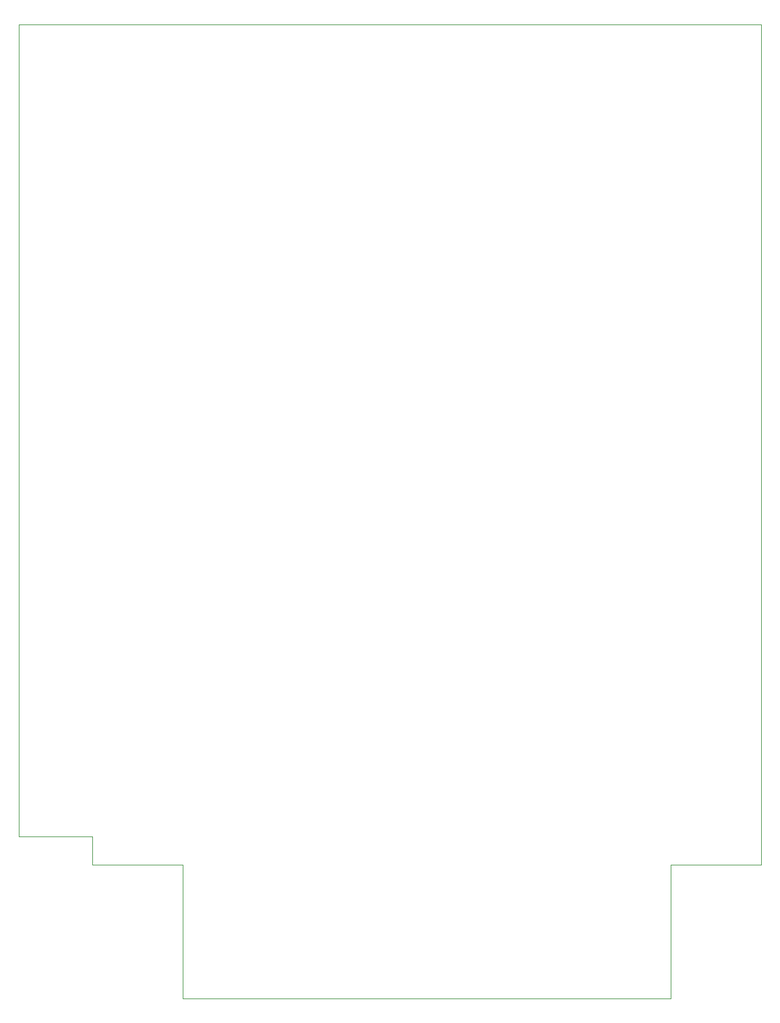
<source format=gbr>
%TF.GenerationSoftware,KiCad,Pcbnew,(6.0.0)*%
%TF.CreationDate,2022-08-25T16:51:24-03:00*%
%TF.ProjectId,BlankMSXCartHSH,426c616e-6b4d-4535-9843-617274485348,rev?*%
%TF.SameCoordinates,Original*%
%TF.FileFunction,Profile,NP*%
%FSLAX46Y46*%
G04 Gerber Fmt 4.6, Leading zero omitted, Abs format (unit mm)*
G04 Created by KiCad (PCBNEW (6.0.0)) date 2022-08-25 16:51:24*
%MOMM*%
%LPD*%
G01*
G04 APERTURE LIST*
%TA.AperFunction,Profile*%
%ADD10C,0.050000*%
%TD*%
G04 APERTURE END LIST*
D10*
X54760000Y-51160000D02*
X54719000Y-160626000D01*
X154810000Y-51140000D02*
X154795000Y-58472000D01*
X54760000Y-51160000D02*
X154810000Y-51140000D01*
X54719000Y-160626000D02*
X64595900Y-160617400D01*
X64595900Y-164436000D02*
X76855900Y-164447400D01*
X64595900Y-164436000D02*
X64595900Y-160617400D01*
X76855900Y-182457400D02*
X76855900Y-164447400D01*
X142595900Y-182437400D02*
X76855900Y-182457400D01*
X142605900Y-164437400D02*
X142595900Y-182437400D01*
X142605900Y-164437400D02*
X154795000Y-164436000D01*
X154795000Y-58472000D02*
X154795000Y-164436000D01*
M02*

</source>
